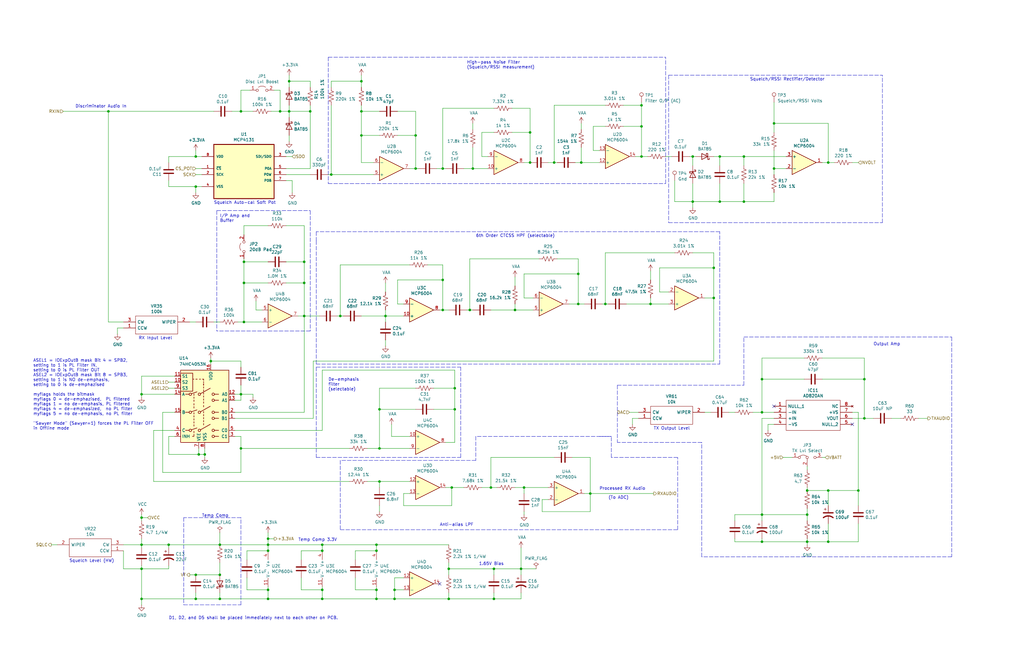
<source format=kicad_sch>
(kicad_sch (version 20211123) (generator eeschema)
  (paper "USLedger")
  (title_block (title "Original VOTER Through-hole Design") (date "2022-01-22") (rev "B") (company "FET Technologies") (comment 1 "Re-drawn from original Eagle files for WB6NIL's VOTER.") (comment 2 "Additional annotation added by VE7FET.") (comment 3 "Some symbols/components updated to 2022 variants."))
  (lib_symbols
    (symbol "Amplifier_Operational:MCP6004" (pin_names (offset 0.127))
      (property "Reference" "U" (at 0 5.08 0))
      (property "Value" "MCP6004" (at 0 -5.08 0))
      (symbol "MCP6004_1_1"
        (pin output line (at 7.62 0 180) (length 2.54) (name "~") (number "1"))
        (pin input line (at -7.62 -2.54 0) (length 2.54) (name "-") (number "2"))
        (pin input line (at -7.62 2.54 0) (length 2.54) (name "+") (number "3"))
      )
      (symbol "MCP6004_2_1"
        (pin input line (at -7.62 2.54 0) (length 2.54) (name "+") (number "5"))
        (pin input line (at -7.62 -2.54 0) (length 2.54) (name "-") (number "6"))
        (pin output line (at 7.62 0 180) (length 2.54) (name "~") (number "7"))
      )
      (symbol "MCP6004_3_1"
        (pin input line (at -7.62 2.54 0) (length 2.54) (name "+") (number "10"))
        (pin output line (at 7.62 0 180) (length 2.54) (name "~") (number "8"))
        (pin input line (at -7.62 -2.54 0) (length 2.54) (name "-") (number "9"))
      )
      (symbol "MCP6004_4_1"
        (pin input line (at -7.62 2.54 0) (length 2.54) (name "+") (number "12"))
        (pin input line (at -7.62 -2.54 0) (length 2.54) (name "-") (number "13"))
        (pin output line (at 7.62 0 180) (length 2.54) (name "~") (number "14"))
      )
      (symbol "MCP6004_5_1"
        (pin power_in line (at -2.54 -7.62 90) (length 3.81) (name "V-") (number "11"))
        (pin power_in line (at -2.54 7.62 270) (length 3.81) (name "V+") (number "4"))
      )
    )
    (symbol "Analog_Switch:CD4053B"
      (property "Reference" "U" (at -10.16 16.51 0))
      (property "Value" "CD4053B" (at 3.81 16.51 0))
      (symbol "CD4053B_1_1"
        (pin bidirectional line (at 12.7 -5.08 180) (length 2.54) (name "B1") (number "1"))
        (pin input line (at -12.7 10.16 0) (length 2.54) (name "S2") (number "10"))
        (pin input line (at -12.7 12.7 0) (length 2.54) (name "S1") (number "11"))
        (pin bidirectional line (at 12.7 5.08 180) (length 2.54) (name "A0") (number "12"))
        (pin bidirectional line (at 12.7 2.54 180) (length 2.54) (name "A1") (number "13"))
        (pin bidirectional line (at -12.7 5.08 0) (length 2.54) (name "A") (number "14"))
        (pin bidirectional line (at -12.7 -2.54 0) (length 2.54) (name "B") (number "15"))
        (pin power_in line (at 2.54 17.78 270) (length 2.54) (name "VDD") (number "16"))
        (pin bidirectional line (at 12.7 -2.54 180) (length 2.54) (name "B0") (number "2"))
        (pin bidirectional line (at 12.7 -12.7 180) (length 2.54) (name "C1") (number "3"))
        (pin bidirectional line (at -12.7 -10.16 0) (length 2.54) (name "C") (number "4"))
        (pin bidirectional line (at 12.7 -10.16 180) (length 2.54) (name "C0") (number "5"))
        (pin input line (at -12.7 -12.7 0) (length 2.54) (name "INH") (number "6"))
        (pin power_in line (at -2.54 -17.78 90) (length 2.54) (name "VEE") (number "7"))
        (pin power_in line (at 0 -17.78 90) (length 2.54) (name "VSS") (number "8"))
        (pin input line (at -12.7 7.62 0) (length 2.54) (name "S3") (number "9"))
      )
    )
    (symbol "Connector:TestPoint" (pin_numbers hide) (pin_names (offset 0.762) hide)
      (property "Reference" "TP" (at 0 6.858 0))
      (property "Value" "TestPoint" (at 0 5.08 0))
      (symbol "TestPoint_1_1"
        (pin passive line (at 0 0 90) (length 2.54) (name "1") (number "1"))
      )
    )
    (symbol "Device:C" (pin_numbers hide) (pin_names (offset 0.254))
      (property "Reference" "C" (at 0.635 2.54 0))
      (property "Value" "C" (at 0.635 -2.54 0))
      (symbol "C_1_1"
        (pin passive line (at 0 3.81 270) (length 2.794) (name "~") (number "1"))
        (pin passive line (at 0 -3.81 90) (length 2.794) (name "~") (number "2"))
      )
    )
    (symbol "Device:C_Polarized_US" (pin_numbers hide) (pin_names (offset 0.254) hide)
      (property "Reference" "C" (at 0.635 2.54 0))
      (property "Value" "C_Polarized_US" (at 0.635 -2.54 0))
      (symbol "C_Polarized_US_1_1"
        (pin passive line (at 0 3.81 270) (length 2.794) (name "~") (number "1"))
        (pin passive line (at 0 -3.81 90) (length 3.302) (name "~") (number "2"))
      )
    )
    (symbol "Device:R_US" (pin_numbers hide) (pin_names (offset 0))
      (property "Reference" "R" (at 2.54 0 90))
      (property "Value" "R_US" (at -2.54 0 90))
      (symbol "R_US_1_1"
        (pin passive line (at 0 3.81 270) (length 1.27) (name "~") (number "1"))
        (pin passive line (at 0 -3.81 90) (length 1.27) (name "~") (number "2"))
      )
    )
    (symbol "Diode:BAT85" (pin_numbers hide) (pin_names (offset 1.016) hide)
      (property "Reference" "D" (at 0 2.54 0))
      (property "Value" "BAT85" (at 0 -2.54 0))
      (symbol "BAT85_1_1"
        (pin passive line (at -3.81 0 0) (length 2.54) (name "K") (number "1"))
        (pin passive line (at 3.81 0 180) (length 2.54) (name "A") (number "2"))
      )
    )
    (symbol "Jumper:Jumper_2_Open" (pin_names (offset 0) hide)
      (property "Reference" "JP" (at 0 2.794 0))
      (property "Value" "Jumper_2_Open" (at 0 -2.286 0))
      (symbol "Jumper_2_Open_1_1"
        (pin passive line (at -5.08 0 0) (length 2.54) (name "A") (number "1"))
        (pin passive line (at 5.08 0 180) (length 2.54) (name "B") (number "2"))
      )
    )
    (symbol "Jumper:Jumper_3_Bridged12" (pin_names (offset 0) hide)
      (property "Reference" "JP" (at -2.54 -2.54 0))
      (property "Value" "Jumper_3_Bridged12" (at 0 2.794 0))
      (symbol "Jumper_3_Bridged12_1_1"
        (pin passive line (at -6.35 0 0) (length 2.54) (name "A") (number "1"))
        (pin input line (at 0 -3.81 90) (length 2.54) (name "C") (number "2"))
        (pin passive line (at 6.35 0 180) (length 2.54) (name "B") (number "3"))
      )
    )
    (symbol "VE7FET:67YR10KLF" (pin_names (offset 0.762))
      (property "Reference" "VR" (at 5.08 3.81 0))
      (property "Value" "67YR10KLF" (at 5.08 -6.35 0))
      (symbol "67YR10KLF_0_0"
        (pin passive line (at 27.94 -2.54 180) (length 5.08) (name "CCW") (number "1"))
        (pin passive line (at 0 0 0) (length 5.08) (name "WIPER") (number "2"))
        (pin passive line (at 27.94 0 180) (length 5.08) (name "CW") (number "3"))
      )
    )
    (symbol "VE7FET:AD820ANZ" (pin_names (offset 0.762))
      (property "Reference" "IC" (at 5.08 3.81 0))
      (property "Value" "AD820ANZ" (at 5.08 -11.43 0))
      (symbol "AD820ANZ_0_0"
        (pin passive line (at 0 0 0) (length 5.08) (name "NULL_1") (number "1"))
        (pin passive line (at 0 -2.54 0) (length 5.08) (name "-IN") (number "2"))
        (pin passive line (at 0 -5.08 0) (length 5.08) (name "+IN") (number "3"))
        (pin passive line (at 0 -7.62 0) (length 5.08) (name "-VS") (number "4"))
        (pin passive line (at 33.02 -7.62 180) (length 5.08) (name "NULL_2") (number "5"))
        (pin passive line (at 33.02 -5.08 180) (length 5.08) (name "VOUT") (number "6"))
        (pin passive line (at 33.02 -2.54 180) (length 5.08) (name "+VS") (number "7"))
        (pin no_connect line (at 33.02 0 180) (length 5.08) (name "NC") (number "8"))
      )
    )
    (symbol "VE7FET:MCP4131" (pin_names (offset 1.016))
      (property "Reference" "U" (at -4.9022 10.3886 0))
      (property "Value" "MCP4131" (at -4.9276 -19.6342 0))
      (symbol "MCP4131_0_0"
        (pin input line (at -17.78 -2.54 0) (length 5.08) (name "~{CS}") (number "1"))
        (pin input line (at -17.78 -5.08 0) (length 5.08) (name "SCK") (number "2"))
        (pin bidirectional line (at 17.78 2.54 180) (length 5.08) (name "SDI/SDO") (number "3"))
        (pin passive line (at -17.78 -10.16 0) (length 5.08) (name "VSS") (number "4"))
        (pin passive line (at 17.78 -2.54 180) (length 5.08) (name "P0A") (number "5"))
        (pin passive line (at 17.78 -5.08 180) (length 5.08) (name "P0W") (number "6"))
        (pin passive line (at 17.78 -7.62 180) (length 5.08) (name "P0B") (number "7"))
        (pin power_in line (at -17.78 2.54 0) (length 5.08) (name "VDD") (number "8"))
      )
    )
    (symbol "power:+3.3VA" (power) (pin_names (offset 0))
      (property "Value" "+3.3VA" (at 0 3.556 0))
      (symbol "+3.3VA_1_1"
        (pin power_in line (at 0 0 90) (length 0) hide (name "+3.3VA") (number "1"))
      )
    )
    (symbol "power:GND" (power) (pin_names (offset 0))
      (property "Value" "GND" (at 0 -3.81 0))
      (symbol "GND_1_1"
        (pin power_in line (at 0 0 270) (length 0) hide (name "GND") (number "1"))
      )
    )
    (symbol "power:PWR_FLAG" (power) (pin_numbers hide) (pin_names (offset 0) hide)
      (property "Value" "PWR_FLAG" (at 0 3.81 0))
      (symbol "PWR_FLAG_0_0"
        (pin power_out line (at 0 0 90) (length 0) (name "pwr") (number "1"))
      )
    )
    (symbol "power:VAA" (power) (pin_names (offset 0))
      (property "Value" "VAA" (at 0 3.81 0))
      (symbol "VAA_1_1"
        (pin power_in line (at 0 0 90) (length 0) hide (name "VAA") (number "1"))
      )
    )
    (symbol "power:VCC" (power) (pin_names (offset 0))
      (property "Value" "VCC" (at 0 3.81 0))
      (symbol "VCC_1_1"
        (pin power_in line (at 0 0 90) (length 0) hide (name "VCC") (number "1"))
      )
    )
  )
  (junction (at 45.72 46.99))
  (junction (at 101.6 46.99))
  (junction (at 198.12 130.81))
  (junction (at 208.28 240.03))
  (junction (at 208.28 252.73))
  (junction (at 223.52 55.88))
  (junction (at 313.69 85.09))
  (junction (at 135.89 232.41))
  (junction (at 158.75 232.41))
  (junction (at 83.82 191.77))
  (junction (at 121.92 46.99))
  (junction (at 219.71 240.03))
  (junction (at 101.6 166.37))
  (junction (at 191.77 172.72))
  (junction (at 255.27 128.27))
  (junction (at 82.55 78.74))
  (junction (at 158.75 248.92))
  (junction (at 59.69 218.44))
  (junction (at 300.99 113.03))
  (junction (at 113.03 252.73))
  (junction (at 59.69 252.73))
  (junction (at 364.49 160.02))
  (junction (at 270.51 66.04))
  (junction (at 364.49 176.53))
  (junction (at 300.99 125.73))
  (junction (at 135.89 248.92))
  (junction (at 186.69 118.11))
  (junction (at 59.69 229.87))
  (junction (at 59.69 240.03))
  (junction (at 321.31 217.17))
  (junction (at 143.51 133.35))
  (junction (at 189.23 252.73))
  (junction (at 160.02 172.72))
  (junction (at 59.69 166.37))
  (junction (at 121.92 34.29))
  (junction (at 82.55 242.57))
  (junction (at 270.51 53.34))
  (junction (at 191.77 163.83))
  (junction (at 92.71 252.73))
  (junction (at 349.25 68.58))
  (junction (at 101.6 189.23))
  (junction (at 175.26 71.12))
  (junction (at 270.51 44.45))
  (junction (at 313.69 66.04))
  (junction (at 128.27 119.38))
  (junction (at 326.39 52.07))
  (junction (at 118.11 46.99))
  (junction (at 152.4 46.99))
  (junction (at 361.95 207.01))
  (junction (at 326.39 71.12))
  (junction (at 190.5 205.74))
  (junction (at 303.53 66.04))
  (junction (at 102.87 135.89))
  (junction (at 160.02 203.2))
  (junction (at 102.87 119.38))
  (junction (at 128.27 133.35))
  (junction (at 186.69 71.12))
  (junction (at 321.31 160.02))
  (junction (at 71.12 229.87))
  (junction (at 243.84 128.27))
  (junction (at 217.17 130.81))
  (junction (at 349.25 228.6))
  (junction (at 321.31 173.99))
  (junction (at 139.7 73.66))
  (junction (at 82.55 66.04))
  (junction (at 292.1 85.09))
  (junction (at 113.03 227.33))
  (junction (at 152.4 34.29))
  (junction (at 186.69 130.81))
  (junction (at 160.02 189.23))
  (junction (at 340.36 207.01))
  (junction (at 135.89 229.87))
  (junction (at 162.56 133.35))
  (junction (at 92.71 229.87))
  (junction (at 135.89 252.73))
  (junction (at 130.81 46.99))
  (junction (at 340.36 217.17))
  (junction (at 128.27 110.49))
  (junction (at 166.37 252.73))
  (junction (at 220.98 205.74))
  (junction (at 274.32 128.27))
  (junction (at 223.52 68.58))
  (junction (at 243.84 115.57))
  (junction (at 321.31 228.6))
  (junction (at 152.4 57.15))
  (junction (at 86.36 191.77))
  (junction (at 113.03 232.41))
  (junction (at 199.39 71.12))
  (junction (at 292.1 66.04))
  (junction (at 82.55 252.73))
  (junction (at 233.68 68.58))
  (junction (at 340.36 228.6))
  (junction (at 349.25 207.01))
  (junction (at 248.92 208.28))
  (junction (at 189.23 240.03))
  (junction (at 113.03 248.92))
  (junction (at 175.26 57.15))
  (junction (at 245.11 68.58))
  (junction (at 207.01 205.74))
  (junction (at 166.37 248.92))
  (junction (at 303.53 85.09))
  (junction (at 102.87 110.49))
  (junction (at 158.75 229.87))
  (junction (at 158.75 252.73))
  (junction (at 92.71 242.57))
  (junction (at 113.03 229.87))
  (junction (at 88.9 152.4))
  (no_connect (at 185.42 246.38))
  (no_connect (at 359.41 179.07))
  (no_connect (at 326.39 171.45))
  (wire (pts (xy 160.02 205.74) (xy 160.02 203.2)))
  (polyline (pts (xy 260.35 162.56) (xy 313.69 162.56)))
  (wire (pts (xy 227.33 109.22) (xy 198.12 109.22)))
  (wire (pts (xy 331.47 71.12) (xy 326.39 71.12)))
  (wire (pts (xy 349.25 228.6) (xy 361.95 228.6)))
  (wire (pts (xy 102.87 110.49) (xy 102.87 119.38)))
  (wire (pts (xy 223.52 68.58) (xy 223.52 55.88)))
  (wire (pts (xy 166.37 248.92) (xy 170.18 248.92)))
  (polyline (pts (xy 133.35 154.94) (xy 194.31 154.94)))
  (polyline (pts (xy 303.53 97.79) (xy 133.35 97.79)))
  (wire (pts (xy 99.06 176.53) (xy 132.08 176.53)))
  (wire (pts (xy 101.6 46.99) (xy 106.68 46.99)))
  (wire (pts (xy 135.89 247.65) (xy 135.89 248.92)))
  (wire (pts (xy 59.69 217.17) (xy 59.69 218.44)))
  (wire (pts (xy 130.81 46.99) (xy 121.92 46.99)))
  (wire (pts (xy 250.19 53.34) (xy 250.19 63.5)))
  (wire (pts (xy 160.02 163.83) (xy 160.02 172.72)))
  (wire (pts (xy 326.39 85.09) (xy 326.39 81.28)))
  (wire (pts (xy 231.14 205.74) (xy 220.98 205.74)))
  (wire (pts (xy 132.08 152.4) (xy 300.99 152.4)))
  (wire (pts (xy 121.92 49.53) (xy 121.92 46.99)))
  (wire (pts (xy 292.1 106.68) (xy 300.99 106.68)))
  (wire (pts (xy 92.71 252.73) (xy 82.55 252.73)))
  (wire (pts (xy 166.37 252.73) (xy 189.23 252.73)))
  (wire (pts (xy 166.37 243.84) (xy 166.37 248.92)))
  (wire (pts (xy 228.6 210.82) (xy 228.6 215.9)))
  (wire (pts (xy 219.71 231.14) (xy 219.71 240.03)))
  (polyline (pts (xy 101.6 218.44) (xy 77.47 218.44)))
  (wire (pts (xy 195.58 205.74) (xy 190.5 205.74)))
  (wire (pts (xy 121.92 46.99) (xy 118.11 46.99)))
  (wire (pts (xy 207.01 193.04) (xy 233.68 193.04)))
  (wire (pts (xy 92.71 224.79) (xy 92.71 229.87)))
  (polyline (pts (xy 138.43 24.13) (xy 138.43 77.47)))
  (wire (pts (xy 99.06 173.99) (xy 128.27 173.99)))
  (wire (pts (xy 189.23 240.03) (xy 208.28 240.03)))
  (wire (pts (xy 49.53 138.43) (xy 49.53 140.97)))
  (wire (pts (xy 234.95 109.22) (xy 243.84 109.22)))
  (wire (pts (xy 191.77 163.83) (xy 191.77 172.72)))
  (wire (pts (xy 101.6 199.39) (xy 68.58 199.39)))
  (wire (pts (xy 270.51 43.18) (xy 270.51 44.45)))
  (wire (pts (xy 191.77 186.69) (xy 187.96 186.69)))
  (wire (pts (xy 313.69 69.85) (xy 313.69 66.04)))
  (wire (pts (xy 167.64 128.27) (xy 170.18 128.27)))
  (wire (pts (xy 102.87 119.38) (xy 102.87 135.89)))
  (polyline (pts (xy 143.51 223.52) (xy 257.81 223.52)))
  (wire (pts (xy 104.14 236.22) (xy 104.14 232.41)))
  (wire (pts (xy 321.31 219.71) (xy 321.31 217.17)))
  (wire (pts (xy 160.02 172.72) (xy 160.02 189.23)))
  (wire (pts (xy 209.55 205.74) (xy 207.01 205.74)))
  (wire (pts (xy 326.39 43.18) (xy 326.39 52.07)))
  (wire (pts (xy 113.03 110.49) (xy 102.87 110.49)))
  (wire (pts (xy 326.39 63.5) (xy 326.39 71.12)))
  (wire (pts (xy 321.31 228.6) (xy 321.31 227.33)))
  (wire (pts (xy 309.88 173.99) (xy 307.34 173.99)))
  (wire (pts (xy 284.48 76.2) (xy 284.48 85.09)))
  (wire (pts (xy 256.54 128.27) (xy 255.27 128.27)))
  (wire (pts (xy 246.38 128.27) (xy 243.84 128.27)))
  (wire (pts (xy 198.12 130.81) (xy 196.85 130.81)))
  (polyline (pts (xy 91.44 88.9) (xy 91.44 139.7)))
  (wire (pts (xy 59.69 218.44) (xy 59.69 219.71)))
  (wire (pts (xy 220.98 68.58) (xy 223.52 68.58)))
  (wire (pts (xy 135.89 248.92) (xy 135.89 252.73)))
  (wire (pts (xy 85.09 71.12) (xy 82.55 71.12)))
  (wire (pts (xy 130.81 44.45) (xy 130.81 46.99)))
  (polyline (pts (xy 200.66 184.15) (xy 200.66 194.31)))
  (polyline (pts (xy 285.75 193.04) (xy 257.81 193.04)))
  (polyline (pts (xy 200.66 194.31) (xy 143.51 194.31)))
  (wire (pts (xy 292.1 77.47) (xy 292.1 85.09)))
  (wire (pts (xy 274.32 125.73) (xy 274.32 128.27)))
  (wire (pts (xy 223.52 45.72) (xy 223.52 55.88)))
  (wire (pts (xy 165.1 184.15) (xy 165.1 179.07)))
  (wire (pts (xy 208.28 240.03) (xy 208.28 242.57)))
  (wire (pts (xy 130.81 71.12) (xy 130.81 46.99)))
  (wire (pts (xy 68.58 199.39) (xy 68.58 173.99)))
  (wire (pts (xy 346.71 160.02) (xy 364.49 160.02)))
  (wire (pts (xy 349.25 207.01) (xy 361.95 207.01)))
  (wire (pts (xy 262.89 44.45) (xy 270.51 44.45)))
  (polyline (pts (xy 260.35 162.56) (xy 260.35 186.69)))
  (wire (pts (xy 149.86 232.41) (xy 158.75 232.41)))
  (wire (pts (xy 186.69 45.72) (xy 186.69 71.12)))
  (wire (pts (xy 162.56 119.38) (xy 162.56 123.19)))
  (wire (pts (xy 101.6 168.91) (xy 101.6 166.37)))
  (wire (pts (xy 349.25 207.01) (xy 349.25 213.36)))
  (wire (pts (xy 326.39 52.07) (xy 349.25 52.07)))
  (wire (pts (xy 101.6 189.23) (xy 101.6 199.39)))
  (polyline (pts (xy 313.69 162.56) (xy 313.69 142.24)))
  (polyline (pts (xy 138.43 77.47) (xy 280.67 77.47)))
  (wire (pts (xy 340.36 228.6) (xy 340.36 229.87)))
  (wire (pts (xy 52.07 232.41) (xy 52.07 240.03)))
  (wire (pts (xy 92.71 229.87) (xy 113.03 229.87)))
  (wire (pts (xy 101.6 184.15) (xy 101.6 189.23)))
  (wire (pts (xy 147.32 189.23) (xy 101.6 189.23)))
  (polyline (pts (xy 285.75 223.52) (xy 285.75 193.04)))
  (wire (pts (xy 128.27 119.38) (xy 128.27 133.35)))
  (wire (pts (xy 280.67 66.04) (xy 283.21 66.04)))
  (wire (pts (xy 132.08 176.53) (xy 132.08 152.4)))
  (wire (pts (xy 104.14 243.84) (xy 104.14 248.92)))
  (wire (pts (xy 99.06 166.37) (xy 101.6 166.37)))
  (wire (pts (xy 241.3 193.04) (xy 248.92 193.04)))
  (wire (pts (xy 128.27 110.49) (xy 128.27 119.38)))
  (wire (pts (xy 120.65 76.2) (xy 123.19 76.2)))
  (wire (pts (xy 187.96 71.12) (xy 186.69 71.12)))
  (wire (pts (xy 160.02 46.99) (xy 152.4 46.99)))
  (wire (pts (xy 59.69 218.44) (xy 62.23 218.44)))
  (wire (pts (xy 110.49 135.89) (xy 102.87 135.89)))
  (wire (pts (xy 292.1 69.85) (xy 292.1 66.04)))
  (wire (pts (xy 191.77 172.72) (xy 191.77 186.69)))
  (wire (pts (xy 160.02 57.15) (xy 152.4 57.15)))
  (wire (pts (xy 71.12 66.04) (xy 71.12 68.58)))
  (wire (pts (xy 59.69 229.87) (xy 71.12 229.87)))
  (wire (pts (xy 340.36 205.74) (xy 340.36 207.01)))
  (wire (pts (xy 207.01 205.74) (xy 207.01 193.04)))
  (wire (pts (xy 120.65 66.04) (xy 123.19 66.04)))
  (wire (pts (xy 149.86 236.22) (xy 149.86 232.41)))
  (wire (pts (xy 158.75 229.87) (xy 189.23 229.87)))
  (wire (pts (xy 134.62 133.35) (xy 128.27 133.35)))
  (wire (pts (xy 270.51 53.34) (xy 270.51 66.04)))
  (wire (pts (xy 199.39 130.81) (xy 198.12 130.81)))
  (wire (pts (xy 199.39 62.23) (xy 199.39 71.12)))
  (wire (pts (xy 321.31 173.99) (xy 326.39 173.99)))
  (polyline (pts (xy 257.81 184.15) (xy 200.66 184.15)))
  (wire (pts (xy 80.01 135.89) (xy 82.55 135.89)))
  (wire (pts (xy 59.69 252.73) (xy 59.69 240.03)))
  (wire (pts (xy 152.4 34.29) (xy 152.4 36.83)))
  (wire (pts (xy 102.87 109.22) (xy 102.87 110.49)))
  (wire (pts (xy 190.5 213.36) (xy 170.18 213.36)))
  (wire (pts (xy 262.89 53.34) (xy 270.51 53.34)))
  (wire (pts (xy 99.06 184.15) (xy 101.6 184.15)))
  (wire (pts (xy 135.89 232.41) (xy 127 232.41)))
  (wire (pts (xy 59.69 166.37) (xy 59.69 167.64)))
  (wire (pts (xy 321.31 217.17) (xy 340.36 217.17)))
  (wire (pts (xy 339.09 151.13) (xy 321.31 151.13)))
  (wire (pts (xy 250.19 63.5) (xy 252.73 63.5)))
  (wire (pts (xy 326.39 71.12) (xy 326.39 73.66)))
  (wire (pts (xy 198.12 109.22) (xy 198.12 130.81)))
  (wire (pts (xy 59.69 229.87) (xy 59.69 227.33)))
  (wire (pts (xy 152.4 44.45) (xy 152.4 46.99)))
  (polyline (pts (xy 372.11 93.98) (xy 372.11 31.75)))
  (wire (pts (xy 269.24 173.99) (xy 265.43 173.99)))
  (wire (pts (xy 255.27 44.45) (xy 233.68 44.45)))
  (wire (pts (xy 80.01 242.57) (xy 82.55 242.57)))
  (wire (pts (xy 189.23 242.57) (xy 189.23 240.03)))
  (wire (pts (xy 340.36 228.6) (xy 321.31 228.6)))
  (polyline (pts (xy 77.47 255.27) (xy 101.6 255.27)))
  (wire (pts (xy 274.32 118.11) (xy 274.32 114.3)))
  (wire (pts (xy 321.31 217.17) (xy 309.88 217.17)))
  (wire (pts (xy 255.27 128.27) (xy 254 128.27)))
  (wire (pts (xy 340.36 228.6) (xy 349.25 228.6)))
  (wire (pts (xy 270.51 66.04) (xy 267.97 66.04)))
  (wire (pts (xy 113.03 248.92) (xy 113.03 252.73)))
  (wire (pts (xy 323.85 179.07) (xy 323.85 181.61)))
  (wire (pts (xy 104.14 232.41) (xy 113.03 232.41)))
  (wire (pts (xy 128.27 133.35) (xy 125.73 133.35)))
  (wire (pts (xy 97.79 46.99) (xy 101.6 46.99)))
  (wire (pts (xy 346.71 193.04) (xy 347.98 193.04)))
  (wire (pts (xy 143.51 133.35) (xy 142.24 133.35)))
  (wire (pts (xy 186.69 130.81) (xy 186.69 118.11)))
  (polyline (pts (xy 401.32 142.24) (xy 401.32 234.95)))
  (wire (pts (xy 274.32 128.27) (xy 281.94 128.27)))
  (wire (pts (xy 113.03 229.87) (xy 135.89 229.87)))
  (wire (pts (xy 45.72 46.99) (xy 90.17 46.99)))
  (wire (pts (xy 219.71 250.19) (xy 219.71 252.73)))
  (wire (pts (xy 106.68 166.37) (xy 106.68 167.64)))
  (wire (pts (xy 71.12 78.74) (xy 71.12 76.2)))
  (polyline (pts (xy 295.91 234.95) (xy 295.91 186.69)))
  (wire (pts (xy 228.6 215.9) (xy 248.92 215.9)))
  (polyline (pts (xy 77.47 218.44) (xy 77.47 255.27)))
  (wire (pts (xy 226.06 240.03) (xy 219.71 240.03)))
  (wire (pts (xy 340.36 214.63) (xy 340.36 217.17)))
  (wire (pts (xy 104.14 248.92) (xy 113.03 248.92)))
  (wire (pts (xy 121.92 44.45) (xy 121.92 46.99)))
  (wire (pts (xy 273.05 66.04) (xy 270.51 66.04)))
  (wire (pts (xy 123.19 76.2) (xy 123.19 81.28)))
  (wire (pts (xy 113.03 227.33) (xy 115.57 227.33)))
  (wire (pts (xy 105.41 38.1) (xy 101.6 38.1)))
  (wire (pts (xy 139.7 73.66) (xy 157.48 73.66)))
  (wire (pts (xy 101.6 166.37) (xy 106.68 166.37)))
  (wire (pts (xy 284.48 106.68) (xy 255.27 106.68)))
  (wire (pts (xy 303.53 77.47) (xy 303.53 85.09)))
  (wire (pts (xy 207.01 205.74) (xy 203.2 205.74)))
  (wire (pts (xy 186.69 118.11) (xy 167.64 118.11)))
  (wire (pts (xy 135.89 229.87) (xy 158.75 229.87)))
  (wire (pts (xy 364.49 176.53) (xy 359.41 176.53)))
  (wire (pts (xy 92.71 237.49) (xy 92.71 242.57)))
  (wire (pts (xy 185.42 130.81) (xy 186.69 130.81)))
  (wire (pts (xy 102.87 95.25) (xy 102.87 99.06)))
  (wire (pts (xy 71.12 184.15) (xy 71.12 191.77)))
  (wire (pts (xy 120.65 73.66) (xy 130.81 73.66)))
  (wire (pts (xy 281.94 123.19) (xy 278.13 123.19)))
  (wire (pts (xy 59.69 255.27) (xy 59.69 252.73)))
  (wire (pts (xy 351.79 68.58) (xy 349.25 68.58)))
  (wire (pts (xy 152.4 31.75) (xy 152.4 34.29)))
  (wire (pts (xy 326.39 55.88) (xy 326.39 52.07)))
  (wire (pts (xy 135.89 156.21) (xy 191.77 156.21)))
  (wire (pts (xy 205.74 66.04) (xy 203.2 66.04)))
  (wire (pts (xy 270.51 44.45) (xy 270.51 53.34)))
  (wire (pts (xy 158.75 252.73) (xy 166.37 252.73)))
  (wire (pts (xy 143.51 111.76) (xy 143.51 133.35)))
  (wire (pts (xy 321.31 176.53) (xy 321.31 217.17)))
  (wire (pts (xy 170.18 133.35) (xy 162.56 133.35)))
  (wire (pts (xy 180.34 111.76) (xy 186.69 111.76)))
  (wire (pts (xy 170.18 243.84) (xy 166.37 243.84)))
  (wire (pts (xy 309.88 228.6) (xy 309.88 227.33)))
  (wire (pts (xy 82.55 78.74) (xy 82.55 81.28)))
  (wire (pts (xy 292.1 66.04) (xy 293.37 66.04)))
  (wire (pts (xy 162.56 130.81) (xy 162.56 133.35)))
  (wire (pts (xy 158.75 247.65) (xy 158.75 248.92)))
  (polyline (pts (xy 401.32 234.95) (xy 295.91 234.95)))
  (wire (pts (xy 187.96 205.74) (xy 190.5 205.74)))
  (wire (pts (xy 59.69 158.75) (xy 59.69 166.37)))
  (wire (pts (xy 248.92 208.28) (xy 275.59 208.28)))
  (wire (pts (xy 300.99 113.03) (xy 300.99 125.73)))
  (wire (pts (xy 290.83 66.04) (xy 292.1 66.04)))
  (wire (pts (xy 297.18 125.73) (xy 300.99 125.73)))
  (polyline (pts (xy 194.31 193.04) (xy 194.31 154.94)))
  (wire (pts (xy 313.69 66.04) (xy 331.47 66.04)))
  (wire (pts (xy 160.02 215.9) (xy 160.02 213.36)))
  (wire (pts (xy 379.73 176.53) (xy 375.92 176.53)))
  (wire (pts (xy 158.75 248.92) (xy 149.86 248.92)))
  (wire (pts (xy 83.82 189.23) (xy 83.82 191.77)))
  (wire (pts (xy 368.3 176.53) (xy 364.49 176.53)))
  (wire (pts (xy 190.5 205.74) (xy 190.5 213.36)))
  (wire (pts (xy 85.09 66.04) (xy 82.55 66.04)))
  (wire (pts (xy 243.84 115.57) (xy 243.84 128.27)))
  (wire (pts (xy 71.12 229.87) (xy 92.71 229.87)))
  (wire (pts (xy 115.57 38.1) (xy 118.11 38.1)))
  (wire (pts (xy 88.9 152.4) (xy 88.9 153.67)))
  (wire (pts (xy 208.28 45.72) (xy 186.69 45.72)))
  (wire (pts (xy 127 232.41) (xy 127 236.22)))
  (wire (pts (xy 248.92 215.9) (xy 248.92 208.28)))
  (wire (pts (xy 138.43 73.66) (xy 139.7 73.66)))
  (wire (pts (xy 127 243.84) (xy 127 248.92)))
  (polyline (pts (xy 295.91 186.69) (xy 260.35 186.69)))
  (wire (pts (xy 73.66 161.29) (xy 71.12 161.29)))
  (wire (pts (xy 130.81 34.29) (xy 130.81 36.83)))
  (wire (pts (xy 101.6 162.56) (xy 101.6 166.37)))
  (wire (pts (xy 107.95 130.81) (xy 107.95 127)))
  (wire (pts (xy 340.36 207.01) (xy 349.25 207.01)))
  (wire (pts (xy 26.67 46.99) (xy 45.72 46.99)))
  (wire (pts (xy 71.12 191.77) (xy 83.82 191.77)))
  (wire (pts (xy 208.28 240.03) (xy 219.71 240.03)))
  (wire (pts (xy 86.36 189.23) (xy 86.36 191.77)))
  (wire (pts (xy 359.41 173.99) (xy 361.95 173.99)))
  (wire (pts (xy 186.69 111.76) (xy 186.69 118.11)))
  (wire (pts (xy 52.07 229.87) (xy 59.69 229.87)))
  (wire (pts (xy 73.66 163.83) (xy 71.12 163.83)))
  (wire (pts (xy 121.92 59.69) (xy 121.92 57.15)))
  (wire (pts (xy 121.92 31.75) (xy 121.92 34.29)))
  (wire (pts (xy 82.55 252.73) (xy 59.69 252.73)))
  (wire (pts (xy 245.11 62.23) (xy 245.11 68.58)))
  (polyline (pts (xy 133.35 153.67) (xy 303.53 153.67)))
  (wire (pts (xy 160.02 189.23) (xy 154.94 189.23)))
  (polyline (pts (xy 143.51 194.31) (xy 143.51 223.52)))
  (wire (pts (xy 59.69 238.76) (xy 59.69 240.03)))
  (wire (pts (xy 45.72 135.89) (xy 45.72 46.99)))
  (wire (pts (xy 359.41 68.58) (xy 361.95 68.58)))
  (wire (pts (xy 68.58 173.99) (xy 73.66 173.99)))
  (wire (pts (xy 158.75 229.87) (xy 158.75 232.41)))
  (wire (pts (xy 264.16 128.27) (xy 274.32 128.27)))
  (wire (pts (xy 73.66 158.75) (xy 59.69 158.75)))
  (polyline (pts (xy 281.94 31.75) (xy 281.94 93.98)))
  (wire (pts (xy 361.95 173.99) (xy 361.95 207.01)))
  (wire (pts (xy 64.77 203.2) (xy 147.32 203.2)))
  (polyline (pts (xy 303.53 153.67) (xy 303.53 97.79)))
  (wire (pts (xy 321.31 151.13) (xy 321.31 160.02)))
  (wire (pts (xy 82.55 242.57) (xy 92.71 242.57)))
  (wire (pts (xy 326.39 176.53) (xy 321.31 176.53)))
  (wire (pts (xy 73.66 166.37) (xy 59.69 166.37)))
  (wire (pts (xy 364.49 160.02) (xy 364.49 176.53)))
  (wire (pts (xy 118.11 38.1) (xy 118.11 46.99)))
  (wire (pts (xy 299.72 173.99) (xy 297.18 173.99)))
  (wire (pts (xy 172.72 203.2) (xy 160.02 203.2)))
  (wire (pts (xy 313.69 77.47) (xy 313.69 85.09)))
  (wire (pts (xy 339.09 160.02) (xy 321.31 160.02)))
  (wire (pts (xy 99.06 168.91) (xy 101.6 168.91)))
  (wire (pts (xy 208.28 252.73) (xy 189.23 252.73)))
  (wire (pts (xy 139.7 34.29) (xy 139.7 36.83)))
  (wire (pts (xy 83.82 191.77) (xy 86.36 191.77)))
  (wire (pts (xy 135.89 252.73) (xy 158.75 252.73)))
  (wire (pts (xy 321.31 160.02) (xy 321.31 173.99)))
  (wire (pts (xy 128.27 95.25) (xy 128.27 110.49)))
  (wire (pts (xy 231.14 210.82) (xy 228.6 210.82)))
  (wire (pts (xy 269.24 176.53) (xy 266.7 176.53)))
  (wire (pts (xy 88.9 151.13) (xy 88.9 152.4)))
  (polyline (pts (xy 130.81 139.7) (xy 91.44 139.7)))
  (polyline (pts (xy 133.35 154.94) (xy 133.35 193.04)))
  (wire (pts (xy 176.53 71.12) (xy 175.26 71.12)))
  (wire (pts (xy 252.73 68.58) (xy 245.11 68.58)))
  (wire (pts (xy 144.78 133.35) (xy 143.51 133.35)))
  (wire (pts (xy 110.49 130.81) (xy 107.95 130.81)))
  (wire (pts (xy 220.98 125.73) (xy 220.98 115.57)))
  (wire (pts (xy 85.09 78.74) (xy 82.55 78.74)))
  (wire (pts (xy 135.89 181.61) (xy 135.89 156.21)))
  (wire (pts (xy 364.49 151.13) (xy 364.49 160.02)))
  (wire (pts (xy 166.37 252.73) (xy 166.37 248.92)))
  (wire (pts (xy 175.26 163.83) (xy 160.02 163.83)))
  (polyline (pts (xy 281.94 93.98) (xy 372.11 93.98)))
  (wire (pts (xy 220.98 208.28) (xy 220.98 205.74)))
  (wire (pts (xy 219.71 240.03) (xy 219.71 242.57)))
  (wire (pts (xy 278.13 113.03) (xy 300.99 113.03)))
  (wire (pts (xy 361.95 228.6) (xy 361.95 220.98)))
  (wire (pts (xy 86.36 191.77) (xy 86.36 193.04)))
  (wire (pts (xy 24.13 229.87) (xy 21.59 229.87)))
  (wire (pts (xy 349.25 68.58) (xy 346.71 68.58)))
  (wire (pts (xy 284.48 85.09) (xy 292.1 85.09)))
  (wire (pts (xy 182.88 163.83) (xy 191.77 163.83)))
  (wire (pts (xy 120.65 110.49) (xy 128.27 110.49)))
  (wire (pts (xy 300.99 106.68) (xy 300.99 113.03)))
  (polyline (pts (xy 281.94 31.75) (xy 372.11 31.75)))
  (wire (pts (xy 199.39 52.07) (xy 199.39 54.61)))
  (wire (pts (xy 113.03 95.25) (xy 102.87 95.25)))
  (wire (pts (xy 309.88 217.17) (xy 309.88 219.71)))
  (wire (pts (xy 217.17 120.65) (xy 217.17 116.84)))
  (wire (pts (xy 189.23 250.19) (xy 189.23 252.73)))
  (wire (pts (xy 292.1 85.09) (xy 292.1 87.63)))
  (wire (pts (xy 391.16 176.53) (xy 387.35 176.53)))
  (wire (pts (xy 167.64 46.99) (xy 175.26 46.99)))
  (wire (pts (xy 170.18 208.28) (xy 172.72 208.28)))
  (wire (pts (xy 217.17 130.81) (xy 224.79 130.81)))
  (wire (pts (xy 349.25 52.07) (xy 349.25 68.58)))
  (wire (pts (xy 199.39 71.12) (xy 195.58 71.12)))
  (wire (pts (xy 113.03 247.65) (xy 113.03 248.92)))
  (wire (pts (xy 207.01 130.81) (xy 217.17 130.81)))
  (wire (pts (xy 170.18 213.36) (xy 170.18 208.28)))
  (polyline (pts (xy 313.69 142.24) (xy 401.32 142.24)))
  (polyline (pts (xy 91.44 88.9) (xy 130.81 88.9)))
  (polyline (pts (xy 130.81 88.9) (xy 130.81 139.7)))
  (wire (pts (xy 175.26 57.15) (xy 175.26 71.12)))
  (wire (pts (xy 113.03 119.38) (xy 102.87 119.38)))
  (wire (pts (xy 101.6 152.4) (xy 101.6 154.94)))
  (wire (pts (xy 234.95 68.58) (xy 233.68 68.58)))
  (wire (pts (xy 243.84 109.22) (xy 243.84 115.57)))
  (wire (pts (xy 73.66 181.61) (xy 64.77 181.61)))
  (wire (pts (xy 220.98 205.74) (xy 217.17 205.74)))
  (wire (pts (xy 243.84 128.27) (xy 240.03 128.27)))
  (polyline (pts (xy 133.35 97.79) (xy 133.35 101.6)))
  (wire (pts (xy 189.23 240.03) (xy 189.23 237.49)))
  (wire (pts (xy 208.28 250.19) (xy 208.28 252.73)))
  (wire (pts (xy 120.65 71.12) (xy 130.81 71.12)))
  (wire (pts (xy 90.17 135.89) (xy 92.71 135.89)))
  (wire (pts (xy 113.03 224.79) (xy 113.03 227.33)))
  (polyline (pts (xy 101.6 255.27) (xy 101.6 218.44)))
  (wire (pts (xy 245.11 52.07) (xy 245.11 54.61)))
  (polyline (pts (xy 138.43 24.13) (xy 280.67 24.13)))
  (wire (pts (xy 233.68 68.58) (xy 231.14 68.58)))
  (wire (pts (xy 135.89 229.87) (xy 135.89 232.41)))
  (wire (pts (xy 303.53 66.04) (xy 313.69 66.04)))
  (wire (pts (xy 191.77 156.21) (xy 191.77 163.83)))
  (wire (pts (xy 361.95 207.01) (xy 361.95 213.36)))
  (wire (pts (xy 303.53 69.85) (xy 303.53 66.04)))
  (wire (pts (xy 340.36 217.17) (xy 340.36 219.71)))
  (wire (pts (xy 71.12 229.87) (xy 71.12 231.14)))
  (wire (pts (xy 300.99 152.4) (xy 300.99 125.73)))
  (wire (pts (xy 139.7 44.45) (xy 139.7 73.66)))
  (wire (pts (xy 120.65 95.25) (xy 128.27 95.25)))
  (wire (pts (xy 313.69 85.09) (xy 326.39 85.09)))
  (wire (pts (xy 321.31 228.6) (xy 309.88 228.6)))
  (wire (pts (xy 215.9 45.72) (xy 223.52 45.72)))
  (wire (pts (xy 85.09 73.66) (xy 82.55 73.66)))
  (wire (pts (xy 217.17 128.27) (xy 217.17 130.81)))
  (polyline (pts (xy 133.35 101.6) (xy 133.35 153.67)))
  (polyline (pts (xy 252.73 184.15) (xy 257.81 184.15)))
  (wire (pts (xy 266.7 176.53) (xy 266.7 179.07)))
  (wire (pts (xy 255.27 53.34) (xy 250.19 53.34)))
  (wire (pts (xy 205.74 71.12) (xy 199.39 71.12)))
  (wire (pts (xy 113.03 229.87) (xy 113.03 232.41)))
  (wire (pts (xy 120.65 119.38) (xy 128.27 119.38)))
  (wire (pts (xy 121.92 34.29) (xy 121.92 36.83)))
  (wire (pts (xy 160.02 203.2) (xy 154.94 203.2)))
  (wire (pts (xy 71.12 240.03) (xy 59.69 240.03)))
  (wire (pts (xy 128.27 133.35) (xy 128.27 173.99)))
  (wire (pts (xy 82.55 66.04) (xy 82.55 63.5)))
  (wire (pts (xy 99.06 181.61) (xy 135.89 181.61)))
  (wire (pts (xy 82.55 250.19) (xy 82.55 252.73)))
  (wire (pts (xy 135.89 252.73) (xy 113.03 252.73)))
  (wire (pts (xy 152.4 68.58) (xy 157.48 68.58)))
  (wire (pts (xy 118.11 46.99) (xy 114.3 46.99)))
  (wire (pts (xy 349.25 228.6) (xy 349.25 220.98)))
  (wire (pts (xy 175.26 46.99) (xy 175.26 57.15)))
  (wire (pts (xy 220.98 115.57) (xy 243.84 115.57)))
  (wire (pts (xy 121.92 34.29) (xy 130.81 34.29)))
  (wire (pts (xy 172.72 71.12) (xy 175.26 71.12)))
  (wire (pts (xy 92.71 250.19) (xy 92.71 252.73)))
  (wire (pts (xy 303.53 85.09) (xy 292.1 85.09)))
  (wire (pts (xy 73.66 184.15) (xy 71.12 184.15)))
  (wire (pts (xy 71.12 238.76) (xy 71.12 240.03)))
  (wire (pts (xy 167.64 118.11) (xy 167.64 128.27)))
  (wire (pts (xy 172.72 189.23) (xy 160.02 189.23)))
  (wire (pts (xy 64.77 181.61) (xy 64.77 203.2)))
  (wire (pts (xy 278.13 123.19) (xy 278.13 113.03)))
  (wire (pts (xy 245.11 68.58) (xy 242.57 68.58)))
  (wire (pts (xy 340.36 196.85) (xy 340.36 198.12)))
  (wire (pts (xy 152.4 57.15) (xy 152.4 68.58)))
  (wire (pts (xy 203.2 55.88) (xy 203.2 66.04)))
  (wire (pts (xy 186.69 71.12) (xy 184.15 71.12)))
  (wire (pts (xy 152.4 46.99) (xy 152.4 57.15)))
  (wire (pts (xy 182.88 172.72) (xy 191.77 172.72)))
  (wire (pts (xy 167.64 57.15) (xy 175.26 57.15)))
  (wire (pts (xy 255.27 106.68) (xy 255.27 128.27)))
  (polyline (pts (xy 280.67 77.47) (xy 280.67 24.13)))
  (wire (pts (xy 92.71 252.73) (xy 113.03 252.73)))
  (wire (pts (xy 82.55 78.74) (xy 71.12 78.74)))
  (wire (pts (xy 152.4 34.29) (xy 139.7 34.29)))
  (wire (pts (xy 149.86 248.92) (xy 149.86 243.84)))
  (wire (pts (xy 219.71 252.73) (xy 208.28 252.73)))
  (wire (pts (xy 175.26 172.72) (xy 160.02 172.72)))
  (wire (pts (xy 330.2 193.04) (xy 334.01 193.04)))
  (wire (pts (xy 172.72 111.76) (xy 143.51 111.76)))
  (polyline (pts (xy 133.35 193.04) (xy 194.31 193.04)))
  (wire (pts (xy 326.39 179.07) (xy 323.85 179.07)))
  (wire (pts (xy 346.71 151.13) (xy 364.49 151.13)))
  (wire (pts (xy 162.56 133.35) (xy 152.4 133.35)))
  (wire (pts (xy 224.79 125.73) (xy 220.98 125.73)))
  (wire (pts (xy 340.36 227.33) (xy 340.36 228.6)))
  (wire (pts (xy 189.23 130.81) (xy 186.69 130.81)))
  (wire (pts (xy 52.07 135.89) (xy 45.72 135.89)))
  (wire (pts (xy 127 248.92) (xy 135.89 248.92)))
  (wire (pts (xy 101.6 38.1) (xy 101.6 46.99)))
  (wire (pts (xy 248.92 193.04) (xy 248.92 208.28)))
  (wire (pts (xy 300.99 66.04) (xy 303.53 66.04)))
  (wire (pts (xy 52.07 240.03) (xy 59.69 240.03)))
  (polyline (pts (xy 257.81 193.04) (xy 257.81 184.15)))
  (wire (pts (xy 220.98 217.17) (xy 220.98 215.9)))
  (wire (pts (xy 113.03 227.33) (xy 113.03 229.87)))
  (wire (pts (xy 248.92 208.28) (xy 246.38 208.28)))
  (wire (pts (xy 223.52 55.88) (xy 215.9 55.88)))
  (wire (pts (xy 313.69 85.09) (xy 303.53 85.09)))
  (wire (pts (xy 52.07 138.43) (xy 49.53 138.43)))
  (wire (pts (xy 233.68 44.45) (xy 233.68 68.58)))
  (polyline (pts (xy 256.54 223.52) (xy 285.75 223.52)))
  (wire (pts (xy 82.55 66.04) (xy 71.12 66.04)))
  (wire (pts (xy 208.28 55.88) (xy 203.2 55.88)))
  (wire (pts (xy 158.75 248.92) (xy 158.75 252.73)))
  (wire (pts (xy 88.9 152.4) (xy 101.6 152.4)))
  (wire (pts (xy 102.87 135.89) (xy 100.33 135.89)))
  (wire (pts (xy 172.72 184.15) (xy 165.1 184.15)))
  (wire (pts (xy 162.56 135.89) (xy 162.56 133.35)))
  (wire (pts (xy 59.69 231.14) (xy 59.69 229.87)))
  (wire (pts (xy 162.56 143.51) (xy 162.56 146.05)))
  (wire (pts (xy 317.5 173.99) (xy 321.31 173.99)))
  (text "D1, D2, and D5 shall be placed immediately next to each other on PCB." (at 71.12 261.62 0) (effects (font (size 1.27 1.27)) (justify left bottom)))
  (text "Squelch/RSSI Rectifier/Detector" (at 316.23 34.29 0) (effects (font (size 1.27 1.27)) (justify left bottom)))
  (text "TX Output Level" (at 275.59 181.61 0) (effects (font (size 1.27 1.27)) (justify left bottom)))
  (text "Temp Comp" (at 85.09 218.44 0) (effects (font (size 1.27 1.27)) (justify left bottom)))
  (text "1.65V Bias" (at 201.93 238.76 0) (effects (font (size 1.27 1.27)) (justify left bottom)))
  (text "Discriminator Audio In" (at 31.75 45.72 0) (effects (font (size 1.27 1.27)) (justify left bottom)))
  (text "High-pass Noise Filter\n(Squelch/RSSI measurement)" (at 196.85 29.21 0) (effects (font (size 1.27 1.27)) (justify left bottom)))
  (text "Squelch Auto-cal Soft Pot" (at 90.17 86.36 0) (effects (font (size 1.27 1.27)) (justify left bottom)))
  (text "(To ADC)" (at 256.54 210.82 0) (effects (font (size 1.27 1.27)) (justify left bottom)))
  (text "RX Input Level" (at 58.42 143.51 0) (effects (font (size 1.27 1.27)) (justify left bottom)))
  (text "ASEL1 = IOExpOutB mask Bit 4 = SPB2, \nsetting to 1 is PL Filter IN, \nsetting to 0 is PL Filter OUT\nASEL2 = IOExpOutB mask Bit 8 = SPB3, \nsetting to 1 is NO de-emphasis, \nsetting to 0 is de-emphazised\n\nmyflags holds the bitmask\nmyflags 0 = de-emphazised,  PL filtered\nmyflags 1 = no de-emphasis, PL filtered\nmyflags 4 = de-emphasized,  no PL filter\nmyflags 5 = no de-emphasis, no PL filter\n\n\"Sawyer Mode\" (Sawyer=1) forces the PL Filter OFF \nin Offline mode" (at 13.97 181.61 0) (effects (font (size 1.27 1.27)) (justify left bottom)))
  (text "Anti-alias LPF" (at 185.42 222.25 0) (effects (font (size 1.27 1.27)) (justify left bottom)))
  (text "De-emphasis\nfilter\n(selectable)" (at 138.43 165.1 0) (effects (font (size 1.27 1.27)) (justify left bottom)))
  (text "Processed RX Audio" (at 252.73 207.01 0) (effects (font (size 1.27 1.27)) (justify left bottom)))
  (text "6th Order CTCSS HPF (selectable)" (at 200.66 100.33 0) (effects (font (size 1.27 1.27)) (justify left bottom)))
  (text "Temp Comp 3.3V" (at 125.73 228.6 0) (effects (font (size 1.27 1.27)) (justify left bottom)))
  (text "I/P Amp and\nBuffer" (at 92.71 93.98 0) (effects (font (size 1.27 1.27)) (justify left bottom)))
  (text "Output Amp" (at 368.3 146.05 0) (effects (font (size 1.27 1.27)) (justify left bottom)))
  (text "Squelch Level (HW)" (at 29.21 237.49 0) (effects (font (size 1.27 1.27)) (justify left bottom)))
  (hierarchical_label "+3.3VA" (shape output) (at 115.57 227.33 0))
  (hierarchical_label "VF" (shape output) (at 80.01 242.57 180))
  (hierarchical_label "DAC" (shape input) (at 265.43 173.99 180))
  (hierarchical_label "SCK" (shape input) (at 82.55 73.66 180))
  (hierarchical_label "TXAUDIO" (shape output) (at 391.16 176.53 0))
  (hierarchical_label "SDO" (shape input) (at 123.19 66.04 0))
  (hierarchical_label "NVOLT" (shape input) (at 361.95 68.58 0))
  (hierarchical_label "VBATT" (shape input) (at 347.98 193.04 0))
  (hierarchical_label "ASEL2" (shape input) (at 71.12 163.83 180))
  (hierarchical_label "RXAUDIO" (shape output) (at 275.59 208.28 0))
  (hierarchical_label "VCC" (shape input) (at 62.23 218.44 0))
  (hierarchical_label "RXIN" (shape input) (at 26.67 46.99 180))
  (hierarchical_label "CS_POT" (shape input) (at 82.55 71.12 180))
  (hierarchical_label "SQLC" (shape output) (at 21.59 229.87 180))
  (hierarchical_label "ASEL1" (shape input) (at 71.12 161.29 180))
  (hierarchical_label "+5V" (shape input) (at 330.2 193.04 180))
  (symbol (lib_id "Amplifier_Operational:MCP6004") (at 165.1 71.12 0) (mirror x) (unit 2)
    (property "Reference" "U2" (at 165.1 61.7982 0))
    (property "Value" "MCP6004" (at 165.1 64.1096 0))
    (property "Datasheet" "http://ww1.microchip.com/downloads/en/DeviceDoc/21733j.pdf" (effects hide))
  )
  (symbol (lib_id "Amplifier_Operational:MCP6004") (at 213.36 68.58 0) (mirror x) (unit 3)
    (property "Reference" "U2" (at 213.36 59.2582 0))
    (property "Value" "MCP6004" (at 213.36 61.5696 0))
    (property "Datasheet" "http://ww1.microchip.com/downloads/en/DeviceDoc/21733j.pdf" (effects hide))
  )
  (symbol (lib_id "Amplifier_Operational:MCP6004") (at 260.35 66.04 0) (mirror x) (unit 4)
    (property "Reference" "U2" (at 260.35 56.7182 0))
    (property "Value" "MCP6004" (at 260.35 59.0296 0))
    (property "Datasheet" "http://ww1.microchip.com/downloads/en/DeviceDoc/21733j.pdf" (effects hide))
  )
  (symbol (lib_id "Amplifier_Operational:MCP6004") (at 118.11 133.35 0) (unit 2)
    (property "Reference" "U4" (at 118.11 124.0282 0))
    (property "Value" "MCP6004" (at 118.11 126.3396 0))
    (property "Datasheet" "http://ww1.microchip.com/downloads/en/DeviceDoc/21733j.pdf" (effects hide))
  )
  (symbol (lib_id "Device:R_US") (at 163.83 57.15 270) (unit 1)
    (property "Reference" "R1" (at 163.83 51.943 90))
    (property "Value" "220k 1%" (at 163.83 54.2544 90))
  )
  (symbol (lib_id "Device:R_US") (at 212.09 45.72 270) (unit 1)
    (property "Reference" "R2" (at 212.09 40.513 90))
    (property "Value" "7.32k 1%" (at 212.09 42.8244 90))
  )
  (symbol (lib_id "Device:R_US") (at 212.09 55.88 270) (unit 1)
    (property "Reference" "R4" (at 212.09 50.673 90))
    (property "Value" "1k 1%" (at 212.09 52.9844 90))
  )
  (symbol (lib_id "Device:R_US") (at 259.08 44.45 270) (unit 1)
    (property "Reference" "R3" (at 259.08 39.243 90))
    (property "Value" "3.01k 1%" (at 259.08 41.5544 90))
  )
  (symbol (lib_id "Device:R_US") (at 259.08 53.34 270) (unit 1)
    (property "Reference" "R5" (at 259.08 48.133 90))
    (property "Value" "1k 1%" (at 259.08 50.4444 90))
  )
  (symbol (lib_id "VE7FET:MCP4131") (at 102.87 68.58 0) (unit 1)
    (property "Reference" "U1" (at 102.87 56.642 0))
    (property "Value" "MCP4131" (at 102.87 58.9534 0))
    (property "Footprint" "DIP254P762X533-8" (effects hide))
    (property "Datasheet" "https://www.mouser.ca/datasheet/2/268/MCHPS02708_1-2520528.pdf" (effects hide))
    (property "SUPPLIER" "Microchip" (effects hide))
  )
  (symbol (lib_id "power:GND") (at 82.55 81.28 0) (unit 1)
    (property "Reference" "#PWR0103" (effects hide))
    (property "Value" "GND" (at 82.677 85.6742 0))
  )
  (symbol (lib_id "power:VCC") (at 59.69 217.17 0) (unit 1)
    (property "Reference" "#PWR0104" (effects hide))
    (property "Value" "VCC" (at 60.071 212.7758 0))
  )
  (symbol (lib_id "Device:R_US") (at 59.69 223.52 180) (unit 1)
    (property "Reference" "R19" (at 61.4172 222.3516 0) (effects (justify right)))
    (property "Value" "4.7 1/4W" (at 61.4172 224.663 0) (effects (justify right)))
  )
  (symbol (lib_id "Device:C") (at 71.12 72.39 180) (unit 1)
    (property "Reference" "C11" (at 68.199 73.5584 0) (effects (justify left)))
    (property "Value" "0.1uF" (at 68.199 71.247 0) (effects (justify left)))
  )
  (symbol (lib_id "Device:C") (at 59.69 234.95 0) (unit 1)
    (property "Reference" "C12" (at 62.611 233.7816 0) (effects (justify left)))
    (property "Value" "0.1uF" (at 62.611 236.093 0) (effects (justify left)))
  )
  (symbol (lib_id "Device:C_Polarized_US") (at 71.12 234.95 0) (unit 1)
    (property "Reference" "C13" (at 74.041 233.7816 0) (effects (justify left)))
    (property "Value" "22uF" (at 74.041 236.093 0) (effects (justify left)))
  )
  (symbol (lib_id "Device:R_US") (at 189.23 233.68 180) (unit 1)
    (property "Reference" "R21" (at 190.9572 232.5116 0) (effects (justify right)))
    (property "Value" "2.2k 1% 1/4W" (at 190.9572 234.823 0) (effects (justify right)))
  )
  (symbol (lib_id "Device:R_US") (at 189.23 246.38 180) (unit 1)
    (property "Reference" "R23" (at 190.9572 245.2116 0) (effects (justify right)))
    (property "Value" "2.2k 1% 1/4W" (at 190.9572 247.523 0) (effects (justify right)))
  )
  (symbol (lib_id "Device:C") (at 208.28 246.38 0) (unit 1)
    (property "Reference" "C15" (at 211.201 245.2116 0) (effects (justify left)))
    (property "Value" "0.1uF" (at 211.201 247.523 0) (effects (justify left)))
  )
  (symbol (lib_id "Device:C_Polarized_US") (at 219.71 246.38 0) (unit 1)
    (property "Reference" "C16" (at 222.631 245.2116 0) (effects (justify left)))
    (property "Value" "22uF" (at 222.631 247.523 0) (effects (justify left)))
  )
  (symbol (lib_id "power:GND") (at 59.69 255.27 0) (unit 1)
    (property "Reference" "#PWR0105" (effects hide))
    (property "Value" "GND" (at 59.817 259.6642 0))
  )
  (symbol (lib_id "power:VAA") (at 219.71 231.14 0) (unit 1)
    (property "Reference" "#PWR0107" (effects hide))
    (property "Value" "VAA" (at 220.091 226.7458 0))
  )
  (symbol (lib_id "VE7FET:67YR10KLF") (at 24.13 229.87 0) (unit 1)
    (property "Reference" "VR22" (at 38.1 223.139 0))
    (property "Value" "10k" (at 38.1 225.4504 0))
    (property "Footprint" "67YR10KLF" (effects hide))
    (property "Datasheet" "https://componentsearchengine.com/Datasheets/1/67YR10KLF.pdf" (effects hide))
    (property "Description" "Res Cermet Trimmer 10K Ohm 10% 0.5W(1/2W) 20(Elec)Turn 2.29mm (9.53 X 4.95 X 11.98mm) Pin Thru-Hole Box" (effects hide))
    (property "Height" "12.36" (effects hide))
    (property "Mouser Part Number" "858-67YR10KLF" (effects hide))
    (property "Manufacturer_Name" "BI Technologies" (effects hide))
    (property "Manufacturer_Part_Number" "67YR10KLF" (effects hide))
  )
  (symbol (lib_id "Device:R_US") (at 92.71 233.68 180) (unit 1)
    (property "Reference" "R20" (at 94.4372 232.5116 0) (effects (justify right)))
    (property "Value" "10k 1%" (at 94.4372 234.823 0) (effects (justify right)))
  )
  (symbol (lib_id "Device:C") (at 82.55 246.38 0) (unit 1)
    (property "Reference" "C14" (at 85.471 245.2116 0) (effects (justify left)))
    (property "Value" "0.1uF" (at 85.471 247.523 0) (effects (justify left)))
  )
  (symbol (lib_id "Diode:BAT85") (at 92.71 246.38 90) (unit 1)
    (property "Reference" "D5" (at 94.742 245.2116 90) (effects (justify right)))
    (property "Value" "BAT85" (at 94.742 247.523 90) (effects (justify right)))
    (property "Footprint" "Diode_THT:D_DO-35_SOD27_P7.62mm_Horizontal" (effects hide))
    (property "Datasheet" "https://assets.nexperia.com/documents/data-sheet/BAT85.pdf" (effects hide))
  )
  (symbol (lib_id "power:GND") (at 123.19 81.28 0) (unit 1)
    (property "Reference" "#PWR0108" (effects hide))
    (property "Value" "GND" (at 123.317 85.6742 0))
  )
  (symbol (lib_id "power:+3.3VA") (at 82.55 63.5 0) (unit 1)
    (property "Reference" "#PWR0109" (effects hide))
    (property "Value" "+3.3VA" (at 82.931 59.1058 0))
  )
  (symbol (lib_id "Device:R_US") (at 130.81 40.64 180) (unit 1)
    (property "Reference" "R14" (at 133.35 41.91 90) (effects (justify right)))
    (property "Value" "100k 1%" (at 135.89 41.91 90) (effects (justify right)))
  )
  (symbol (lib_id "Diode:BAT85") (at 121.92 40.64 270) (unit 1)
    (property "Reference" "D3" (at 123.952 39.4716 90) (effects (justify left)))
    (property "Value" "BAT85" (at 123.952 41.783 90) (effects (justify left)))
    (property "Footprint" "Diode_THT:D_DO-35_SOD27_P7.62mm_Horizontal" (effects hide))
    (property "Datasheet" "https://assets.nexperia.com/documents/data-sheet/BAT85.pdf" (effects hide))
  )
  (symbol (lib_id "Diode:BAT85") (at 292.1 73.66 270) (unit 1)
    (property "Reference" "D2" (at 294.132 72.4916 90) (effects (justify left)))
    (property "Value" "BAT85" (at 294.132 74.803 90) (effects (justify left)))
    (property "Footprint" "Diode_THT:D_DO-35_SOD27_P7.62mm_Horizontal" (effects hide))
    (property "Datasheet" "https://assets.nexperia.com/documents/data-sheet/BAT85.pdf" (effects hide))
  )
  (symbol (lib_id "power:+3.3VA") (at 121.92 31.75 0) (unit 1)
    (property "Reference" "#PWR0110" (effects hide))
    (property "Value" "+3.3VA" (at 122.301 27.3558 0))
  )
  (symbol (lib_id "Device:R_US") (at 110.49 46.99 270) (unit 1)
    (property "Reference" "R16" (at 110.49 41.783 90))
    (property "Value" "100k 1%" (at 110.49 44.0944 90))
  )
  (symbol (lib_id "Device:C") (at 93.98 46.99 270) (unit 1)
    (property "Reference" "C10" (at 93.98 40.5892 90))
    (property "Value" "0.1uF" (at 93.98 42.9006 90))
  )
  (symbol (lib_id "Jumper:Jumper_2_Open") (at 110.49 38.1 0) (unit 1)
    (property "Reference" "JP1" (at 110.49 32.131 0))
    (property "Value" "Disc Lvl Boost" (at 110.49 34.4424 0))
  )
  (symbol (lib_id "Diode:BAT85") (at 121.92 53.34 270) (unit 1)
    (property "Reference" "D4" (at 123.952 52.1716 90) (effects (justify left)))
    (property "Value" "BAT85" (at 123.952 54.483 90) (effects (justify left)))
    (property "Footprint" "Diode_THT:D_DO-35_SOD27_P7.62mm_Horizontal" (effects hide))
    (property "Datasheet" "https://assets.nexperia.com/documents/data-sheet/BAT85.pdf" (effects hide))
  )
  (symbol (lib_id "power:GND") (at 121.92 59.69 0) (unit 1)
    (property "Reference" "#PWR0111" (effects hide))
    (property "Value" "GND" (at 122.047 64.0842 0))
  )
  (symbol (lib_id "Device:C") (at 134.62 73.66 270) (unit 1)
    (property "Reference" "C6" (at 134.62 67.2592 90))
    (property "Value" "330pF" (at 134.62 69.5706 90))
  )
  (symbol (lib_id "Device:C") (at 163.83 46.99 270) (unit 1)
    (property "Reference" "C1" (at 163.83 40.5892 90))
    (property "Value" "47pF" (at 163.83 42.9006 90))
  )
  (symbol (lib_id "Device:R_US") (at 152.4 40.64 180) (unit 1)
    (property "Reference" "R8" (at 154.1272 39.4716 0) (effects (justify right)))
    (property "Value" "10k 1%" (at 154.1272 41.783 0) (effects (justify right)))
  )
  (symbol (lib_id "power:VAA") (at 152.4 31.75 0) (unit 1)
    (property "Reference" "#PWR0112" (effects hide))
    (property "Value" "VAA" (at 152.781 27.3558 0))
  )
  (symbol (lib_id "Device:R_US") (at 139.7 40.64 180) (unit 1)
    (property "Reference" "R9" (at 141.4272 39.4716 0) (effects (justify right)))
    (property "Value" "220k 1%" (at 141.4272 41.783 0) (effects (justify right)))
  )
  (symbol (lib_id "Device:C") (at 180.34 71.12 270) (unit 1)
    (property "Reference" "C4" (at 180.34 64.7192 90))
    (property "Value" "1nF" (at 180.34 67.0306 90))
  )
  (symbol (lib_id "Device:C") (at 191.77 71.12 270) (unit 1)
    (property "Reference" "C5" (at 191.77 64.7192 90))
    (property "Value" "1nF" (at 191.77 67.0306 90))
  )
  (symbol (lib_id "Device:R_US") (at 199.39 58.42 0) (mirror x) (unit 1)
    (property "Reference" "R6" (at 197.6628 57.2516 0) (effects (justify right)))
    (property "Value" "17.8k 1%" (at 197.6628 59.563 0) (effects (justify right)))
  )
  (symbol (lib_id "power:VAA") (at 199.39 52.07 0) (unit 1)
    (property "Reference" "#PWR0113" (effects hide))
    (property "Value" "VAA" (at 199.771 47.6758 0))
  )
  (symbol (lib_id "Device:C") (at 227.33 68.58 270) (unit 1)
    (property "Reference" "C2" (at 227.33 62.1792 90))
    (property "Value" "1nF" (at 227.33 64.4906 90))
  )
  (symbol (lib_id "Device:C") (at 238.76 68.58 270) (unit 1)
    (property "Reference" "C3" (at 238.76 62.1792 90))
    (property "Value" "1nF" (at 238.76 64.4906 90))
  )
  (symbol (lib_id "Device:R_US") (at 245.11 58.42 0) (mirror x) (unit 1)
    (property "Reference" "R7" (at 243.3828 57.2516 0) (effects (justify right)))
    (property "Value" "154k 1%" (at 243.3828 59.563 0) (effects (justify right)))
  )
  (symbol (lib_id "power:VAA") (at 245.11 52.07 0) (unit 1)
    (property "Reference" "#PWR0114" (effects hide))
    (property "Value" "VAA" (at 245.491 47.6758 0))
  )
  (symbol (lib_id "Connector:TestPoint") (at 270.51 43.18 0) (unit 1)
    (property "Reference" "TP1" (at 271.9832 40.1828 0) (effects (justify left)))
    (property "Value" "Filter O/P (AC)" (at 271.9832 42.4942 0) (effects (justify left)))
  )
  (symbol (lib_id "Amplifier_Operational:MCP6004") (at 339.09 68.58 0) (unit 1)
    (property "Reference" "U2" (at 339.09 59.2582 0))
    (property "Value" "MCP6004" (at 339.09 61.5696 0))
    (property "Datasheet" "http://ww1.microchip.com/downloads/en/DeviceDoc/21733j.pdf" (effects hide))
  )
  (symbol (lib_id "Device:R_US") (at 276.86 66.04 270) (unit 1)
    (property "Reference" "R12" (at 276.86 60.833 90))
    (property "Value" "220 1%" (at 276.86 63.1444 90))
  )
  (symbol (lib_id "Device:C") (at 287.02 66.04 270) (unit 1)
    (property "Reference" "C7" (at 287.02 59.6392 90))
    (property "Value" "0.1uF" (at 287.02 61.9506 90))
  )
  (symbol (lib_id "power:GND") (at 292.1 87.63 0) (unit 1)
    (property "Reference" "#PWR0115" (effects hide))
    (property "Value" "GND" (at 292.227 92.0242 0))
  )
  (symbol (lib_id "Diode:BAT85") (at 297.18 66.04 180) (unit 1)
    (property "Reference" "D1" (at 297.18 60.5282 0))
    (property "Value" "BAT85" (at 297.18 62.8396 0))
    (property "Footprint" "Diode_THT:D_DO-35_SOD27_P7.62mm_Horizontal" (effects hide))
    (property "Datasheet" "https://assets.nexperia.com/documents/data-sheet/BAT85.pdf" (effects hide))
  )
  (symbol (lib_id "Device:R_US") (at 313.69 73.66 180) (unit 1)
    (property "Reference" "R13" (at 315.4172 72.4916 0) (effects (justify right)))
    (property "Value" "22k 1%" (at 315.4172 74.803 0) (effects (justify right)))
  )
  (symbol (lib_id "Device:C") (at 303.53 73.66 0) (unit 1)
    (property "Reference" "C8" (at 306.451 72.4916 0) (effects (justify left)))
    (property "Value" "0.1uF" (at 306.451 74.803 0) (effects (justify left)))
  )
  (symbol (lib_id "Device:R_US") (at 326.39 77.47 180) (unit 1)
    (property "Reference" "R17" (at 328.1172 76.3016 0) (effects (justify right)))
    (property "Value" "10k 1%" (at 328.1172 78.613 0) (effects (justify right)))
  )
  (symbol (lib_id "Connector:TestPoint") (at 284.48 76.2 0) (unit 1)
    (property "Reference" "TP4" (at 285.9532 73.2028 0) (effects (justify left)))
    (property "Value" "Gnd" (at 285.9532 75.5142 0) (effects (justify left)))
  )
  (symbol (lib_id "Device:R_US") (at 326.39 59.69 0) (mirror x) (unit 1)
    (property "Reference" "R15" (at 324.6882 58.5216 0) (effects (justify right)))
    (property "Value" "33k 1%" (at 324.6882 60.833 0) (effects (justify right)))
  )
  (symbol (lib_id "Device:R_US") (at 355.6 68.58 270) (unit 1)
    (property "Reference" "R18" (at 355.6 63.373 90))
    (property "Value" "220 1%" (at 355.6 65.6844 90))
  )
  (symbol (lib_id "Connector:TestPoint") (at 326.39 43.18 0) (unit 1)
    (property "Reference" "TP3" (at 327.8632 40.1828 0) (effects (justify left)))
    (property "Value" "Squelch/RSSI Volts" (at 327.8632 42.4942 0) (effects (justify left)))
  )
  (symbol (lib_id "Amplifier_Operational:MCP6004") (at 115.57 240.03 0) (unit 5)
    (property "Reference" "U2" (at 114.5032 238.8616 0) (effects (justify left)))
    (property "Value" "MCP6004" (at 114.5032 241.173 0) (effects (justify left)))
    (property "Datasheet" "http://ww1.microchip.com/downloads/en/DeviceDoc/21733j.pdf" (effects hide))
  )
  (symbol (lib_id "power:+3.3VA") (at 113.03 224.79 0) (unit 1)
    (property "Reference" "#PWR0117" (effects hide))
    (property "Value" "+3.3VA" (at 113.411 220.3958 0))
  )
  (symbol (lib_id "Device:C") (at 104.14 240.03 0) (unit 1)
    (property "Reference" "C9" (at 107.061 238.8616 0) (effects (justify left)))
    (property "Value" "0.1uF" (at 107.061 241.173 0) (effects (justify left)))
  )
  (symbol (lib_id "VE7FET:67YR10KLF") (at 80.01 135.89 0) (mirror y) (unit 1)
    (property "Reference" "VR35" (at 66.04 129.159 0))
    (property "Value" "100k" (at 66.04 131.4704 0))
    (property "Footprint" "67YR10KLF" (effects hide))
    (property "Datasheet" "https://componentsearchengine.com/Datasheets/1/67YR10KLF.pdf" (effects hide))
    (property "Description" "Res Cermet Trimmer 10K Ohm 10% 0.5W(1/2W) 20(Elec)Turn 2.29mm (9.53 X 4.95 X 11.98mm) Pin Thru-Hole Box" (effects hide))
    (property "Height" "12.36" (effects hide))
    (property "Mouser Part Number" "858-67YR10KLF" (effects hide))
    (property "Manufacturer_Name" "BI Technologies" (effects hide))
    (property "Manufacturer_Part_Number" "67YR10KLF" (effects hide))
  )
  (symbol (lib_id "power:GND") (at 49.53 140.97 0) (unit 1)
    (property "Reference" "#PWR0118" (effects hide))
    (property "Value" "GND" (at 49.657 145.3642 0))
  )
  (symbol (lib_id "Device:C") (at 86.36 135.89 270) (unit 1)
    (property "Reference" "C30" (at 86.36 129.4892 90))
    (property "Value" "0.1uF" (at 86.36 131.8006 90))
  )
  (symbol (lib_id "Device:R_US") (at 96.52 135.89 270) (unit 1)
    (property "Reference" "R36" (at 96.52 130.683 90))
    (property "Value" "100k" (at 96.52 132.9944 90))
  )
  (symbol (lib_id "power:VAA") (at 107.95 127 0) (unit 1)
    (property "Reference" "#PWR0119" (effects hide))
    (property "Value" "VAA" (at 108.331 122.6058 0))
  )
  (symbol (lib_id "Device:R_US") (at 116.84 119.38 270) (unit 1)
    (property "Reference" "R34" (at 116.84 114.173 90))
    (property "Value" "1.0M 1%" (at 116.84 116.4844 90))
  )
  (symbol (lib_id "Device:C") (at 116.84 110.49 270) (unit 1)
    (property "Reference" "C29" (at 116.84 104.0892 90))
    (property "Value" "22pF" (at 116.84 106.4006 90))
  )
  (symbol (lib_id "Device:R_US") (at 116.84 95.25 270) (unit 1)
    (property "Reference" "R33" (at 116.84 90.043 90))
    (property "Value" "110k" (at 116.84 92.3544 90))
  )
  (symbol (lib_id "Jumper:Jumper_2_Open") (at 102.87 104.14 90) (unit 1)
    (property "Reference" "JP2" (at 105.1052 102.9716 90) (effects (justify right)))
    (property "Value" "20dB Pad" (at 105.1052 105.283 90) (effects (justify right)))
  )
  (symbol (lib_id "Device:C") (at 138.43 133.35 270) (unit 1)
    (property "Reference" "C21" (at 138.43 126.9492 90))
    (property "Value" "68nF" (at 138.43 129.2606 90))
  )
  (symbol (lib_id "Device:C") (at 148.59 133.35 270) (unit 1)
    (property "Reference" "C22" (at 148.59 126.9492 90))
    (property "Value" "68nF" (at 148.59 129.2606 90))
  )
  (symbol (lib_id "Amplifier_Operational:MCP6004") (at 177.8 130.81 0) (mirror x) (unit 3)
    (property "Reference" "U3" (at 177.8 121.4882 0))
    (property "Value" "MCP6004" (at 177.8 123.7996 0))
    (property "Datasheet" "http://ww1.microchip.com/downloads/en/DeviceDoc/21733j.pdf" (effects hide))
  )
  (symbol (lib_id "Device:R_US") (at 176.53 111.76 270) (unit 1)
    (property "Reference" "R26" (at 176.53 106.553 90))
    (property "Value" "11k 1%" (at 176.53 108.8644 90))
  )
  (symbol (lib_id "Device:C") (at 162.56 139.7 0) (unit 1)
    (property "Reference" "C24" (at 165.481 138.5316 0) (effects (justify left)))
    (property "Value" "0.1uF" (at 165.481 140.843 0) (effects (justify left)))
  )
  (symbol (lib_id "Device:R_US") (at 162.56 127 0) (mirror x) (unit 1)
    (property "Reference" "R29" (at 160.8328 125.8316 0) (effects (justify right)))
    (property "Value" "12.1k 1%" (at 160.8328 128.143 0) (effects (justify right)))
  )
  (symbol (lib_id "power:VAA") (at 162.56 119.38 0) (unit 1)
    (property "Reference" "#PWR0120" (effects hide))
    (property "Value" "VAA" (at 162.941 114.9858 0))
  )
  (symbol (lib_id "power:GND") (at 162.56 146.05 0) (unit 1)
    (property "Reference" "#PWR0121" (effects hide))
    (property "Value" "GND" (at 162.687 150.4442 0))
  )
  (symbol (lib_id "Amplifier_Operational:MCP6004") (at 232.41 128.27 0) (mirror x) (unit 2)
    (property "Reference" "U3" (at 232.41 118.9482 0))
    (property "Value" "MCP6004" (at 232.41 121.2596 0))
    (property "Datasheet" "http://ww1.microchip.com/downloads/en/DeviceDoc/21733j.pdf" (effects hide))
  )
  (symbol (lib_id "Device:C") (at 193.04 130.81 270) (unit 1)
    (property "Reference" "C19" (at 193.04 124.4092 90))
    (property "Value" "68nF" (at 193.04 126.7206 90))
  )
  (symbol (lib_id "Device:C") (at 203.2 130.81 270) (unit 1)
    (property "Reference" "C20" (at 203.2 124.4092 90))
    (property "Value" "68nF" (at 203.2 126.7206 90))
  )
  (symbol (lib_id "Device:R_US") (at 217.17 124.46 0) (mirror x) (unit 1)
    (property "Reference" "R28" (at 215.4428 123.2916 0) (effects (justify right)))
    (property "Value" "16.2k 1%" (at 215.4428 125.603 0) (effects (justify right)))
  )
  (symbol (lib_id "Device:R_US") (at 231.14 109.22 270) (unit 1)
    (property "Reference" "R25" (at 231.14 104.013 90))
    (property "Value" "8.25k 1%" (at 231.14 106.3244 90))
  )
  (symbol (lib_id "power:VAA") (at 217.17 116.84 0) (unit 1)
    (property "Reference" "#PWR0122" (effects hide))
    (property "Value" "VAA" (at 217.551 112.4458 0))
  )
  (symbol (lib_id "Amplifier_Operational:MCP6004") (at 289.56 125.73 0) (mirror x) (unit 1)
    (property "Reference" "U3" (at 289.56 116.4082 0))
    (property "Value" "MCP6004" (at 289.56 118.7196 0))
    (property "Datasheet" "http://ww1.microchip.com/downloads/en/DeviceDoc/21733j.pdf" (effects hide))
  )
  (symbol (lib_id "Device:C") (at 250.19 128.27 270) (unit 1)
    (property "Reference" "C17" (at 250.19 121.8692 90))
    (property "Value" "68nF" (at 250.19 124.1806 90))
  )
  (symbol (lib_id "Device:C") (at 260.35 128.27 270) (unit 1)
    (property "Reference" "C18" (at 260.35 121.8692 90))
    (property "Value" "68nF" (at 260.35 124.1806 90))
  )
  (symbol (lib_id "Device:R_US") (at 274.32 121.92 0) (mirror x) (unit 1)
    (property "Reference" "R27" (at 272.5928 120.7516 0) (effects (justify right)))
    (property "Value" "47.5k 1%" (at 272.5928 123.063 0) (effects (justify right)))
  )
  (symbol (lib_id "Device:R_US") (at 288.29 106.68 270) (unit 1)
    (property "Reference" "R24" (at 288.29 101.473 90))
    (property "Value" "3.01k 1%" (at 288.29 103.7844 90))
  )
  (symbol (lib_id "power:VAA") (at 274.32 114.3 0) (unit 1)
    (property "Reference" "#PWR0123" (effects hide))
    (property "Value" "VAA" (at 274.701 109.9058 0))
  )
  (symbol (lib_id "Amplifier_Operational:MCP6004") (at 138.43 240.03 0) (unit 5)
    (property "Reference" "U3" (at 137.3632 238.8616 0) (effects (justify left)))
    (property "Value" "MCP6004" (at 137.3632 241.173 0) (effects (justify left)))
    (property "Datasheet" "http://ww1.microchip.com/downloads/en/DeviceDoc/21733j.pdf" (effects hide))
  )
  (symbol (lib_id "Device:C") (at 127 240.03 0) (unit 1)
    (property "Reference" "C23" (at 129.921 238.8616 0) (effects (justify left)))
    (property "Value" "0.1uF" (at 129.921 241.173 0) (effects (justify left)))
  )
  (symbol (lib_id "Analog_Switch:CD4053B") (at 86.36 171.45 0) (unit 1)
    (property "Reference" "U14" (at 77.47 151.13 0))
    (property "Value" "74HC4053N" (at 81.28 153.67 0))
    (property "Datasheet" "http://www.ti.com/lit/ds/symlink/cd4052b.pdf" (effects hide))
  )
  (symbol (lib_id "power:GND") (at 59.69 167.64 0) (unit 1)
    (property "Reference" "#PWR0126" (effects hide))
    (property "Value" "GND" (at 59.817 172.0342 0))
  )
  (symbol (lib_id "power:GND") (at 86.36 193.04 0) (unit 1)
    (property "Reference" "#PWR0127" (effects hide))
    (property "Value" "GND" (at 86.487 197.4342 0))
  )
  (symbol (lib_id "power:GND") (at 106.68 167.64 0) (unit 1)
    (property "Reference" "#PWR0128" (effects hide))
    (property "Value" "GND" (at 106.807 172.0342 0))
  )
  (symbol (lib_id "power:+3.3VA") (at 88.9 151.13 0) (unit 1)
    (property "Reference" "#PWR0129" (effects hide))
    (property "Value" "+3.3VA" (at 89.281 146.7358 0))
  )
  (symbol (lib_id "Device:C") (at 101.6 158.75 0) (unit 1)
    (property "Reference" "C81" (at 104.521 157.5816 0) (effects (justify left)))
    (property "Value" "0.1uF" (at 104.521 159.893 0) (effects (justify left)))
  )
  (symbol (lib_id "Amplifier_Operational:MCP6004") (at 180.34 205.74 0) (unit 4)
    (property "Reference" "U3" (at 180.34 196.4182 0))
    (property "Value" "MCP6004" (at 180.34 198.7296 0))
    (property "Datasheet" "http://ww1.microchip.com/downloads/en/DeviceDoc/21733j.pdf" (effects hide))
  )
  (symbol (lib_id "Device:C") (at 160.02 209.55 0) (unit 1)
    (property "Reference" "C26" (at 162.941 208.3816 0) (effects (justify left)))
    (property "Value" "6.8nF" (at 162.941 210.693 0) (effects (justify left)))
  )
  (symbol (lib_id "Device:R_US") (at 151.13 203.2 270) (unit 1)
    (property "Reference" "R30" (at 151.13 197.993 90))
    (property "Value" "12.4k 1%" (at 151.13 200.3044 90))
  )
  (symbol (lib_id "power:GND") (at 160.02 215.9 0) (unit 1)
    (property "Reference" "#PWR0130" (effects hide))
    (property "Value" "GND" (at 160.147 220.2942 0))
  )
  (symbol (lib_id "Device:R_US") (at 199.39 205.74 270) (unit 1)
    (property "Reference" "R31" (at 199.39 200.533 90))
    (property "Value" "7.68k 1%" (at 199.39 202.8444 90))
  )
  (symbol (lib_id "Device:R_US") (at 213.36 205.74 270) (unit 1)
    (property "Reference" "R32" (at 213.36 200.533 90))
    (property "Value" "21.5k 1%" (at 213.36 202.8444 90))
  )
  (symbol (lib_id "Amplifier_Operational:MCP6004") (at 238.76 208.28 0) (unit 1)
    (property "Reference" "U4" (at 238.76 198.9582 0))
    (property "Value" "MCP6004" (at 238.76 201.2696 0))
    (property "Datasheet" "http://ww1.microchip.com/downloads/en/DeviceDoc/21733j.pdf" (effects hide))
  )
  (symbol (lib_id "Amplifier_Operational:MCP6004") (at 161.29 240.03 0) (unit 5)
    (property "Reference" "U4" (at 160.2232 238.8616 0) (effects (justify left)))
    (property "Value" "MCP6004" (at 160.2232 241.173 0) (effects (justify left)))
    (property "Datasheet" "http://ww1.microchip.com/downloads/en/DeviceDoc/21733j.pdf" (effects hide))
  )
  (symbol (lib_id "Device:C") (at 149.86 240.03 0) (unit 1)
    (property "Reference" "C27" (at 152.781 238.8616 0) (effects (justify left)))
    (property "Value" "0.1uF" (at 152.781 241.173 0) (effects (justify left)))
  )
  (symbol (lib_id "Device:C") (at 220.98 212.09 0) (unit 1)
    (property "Reference" "C28" (at 223.901 210.9216 0) (effects (justify left)))
    (property "Value" "1nF" (at 223.901 213.233 0) (effects (justify left)))
  )
  (symbol (lib_id "power:GND") (at 220.98 217.17 0) (unit 1)
    (property "Reference" "#PWR0132" (effects hide))
    (property "Value" "GND" (at 221.107 221.5642 0))
  )
  (symbol (lib_id "Device:C") (at 237.49 193.04 270) (unit 1)
    (property "Reference" "C25" (at 237.49 186.6392 90))
    (property "Value" "15nF" (at 237.49 188.9506 90))
  )
  (symbol (lib_id "Amplifier_Operational:MCP6004") (at 180.34 186.69 0) (unit 3)
    (property "Reference" "U4" (at 180.34 177.3682 0))
    (property "Value" "MCP6004" (at 180.34 179.6796 0))
    (property "Datasheet" "http://ww1.microchip.com/downloads/en/DeviceDoc/21733j.pdf" (effects hide))
  )
  (symbol (lib_id "Device:R_US") (at 151.13 189.23 270) (unit 1)
    (property "Reference" "R38" (at 151.13 184.023 90))
    (property "Value" "33k 1%" (at 151.13 186.3344 90))
  )
  (symbol (lib_id "power:VAA") (at 165.1 179.07 0) (unit 1)
    (property "Reference" "#PWR0133" (effects hide))
    (property "Value" "VAA" (at 165.481 174.6758 0))
  )
  (symbol (lib_id "Device:C") (at 179.07 172.72 270) (unit 1)
    (property "Reference" "C31" (at 179.07 166.3192 90))
    (property "Value" "4.7nF" (at 179.07 168.6306 90))
  )
  (symbol (lib_id "Device:R_US") (at 179.07 163.83 270) (unit 1)
    (property "Reference" "R37" (at 179.07 158.623 90))
    (property "Value" "100k 1%" (at 179.07 160.9344 90))
  )
  (symbol (lib_id "Amplifier_Operational:MCP6004") (at 177.8 246.38 0) (unit 4)
    (property "Reference" "U4" (at 177.8 237.0582 0))
    (property "Value" "MCP6004" (at 177.8 239.3696 0))
    (property "Datasheet" "http://ww1.microchip.com/downloads/en/DeviceDoc/21733j.pdf" (effects hide))
  )
  (symbol (lib_id "VE7FET:AD820ANZ") (at 326.39 171.45 0) (unit 1)
    (property "Reference" "IC11" (at 342.9 164.719 0))
    (property "Value" "AD820AN" (at 342.9 167.0304 0))
    (property "Footprint" "VE7FET:DIP794W56P254L959H533Q8N" (effects hide))
    (property "Datasheet" "http://www.analog.com/media/en/technical-documentation/data-sheets/AD820.pdf" (effects hide))
    (property "Description" "AD820ANZ, Operational Amplifier 1.9MHz Rail-Rail 9 to 28V, 8-Pin PDIP" (effects hide))
    (property "Height" "5.33" (effects hide))
    (property "Mouser Part Number" "584-AD820ANZ" (effects hide))
    (property "Manufacturer_Name" "Analog Devices" (effects hide))
    (property "Manufacturer_Part_Number" "AD820ANZ" (effects hide))
  )
  (symbol (lib_id "Device:C") (at 372.11 176.53 90) (unit 1)
    (property "Reference" "C63" (at 372.11 170.1292 90))
    (property "Value" "10uF NP" (at 372.11 172.4406 90))
  )
  (symbol (lib_id "Device:R_US") (at 383.54 176.53 270) (unit 1)
    (property "Reference" "R60" (at 383.54 171.323 90))
    (property "Value" "33" (at 383.54 173.6344 90))
  )
  (symbol (lib_id "Device:C") (at 342.9 160.02 90) (unit 1)
    (property "Reference" "C60" (at 342.9 153.6192 90))
    (property "Value" "47pF" (at 342.9 155.9306 90))
  )
  (symbol (lib_id "Device:R_US") (at 342.9 151.13 270) (unit 1)
    (property "Reference" "R59" (at 342.9 145.923 90))
    (property "Value" "330k 1%" (at 342.9 148.2344 90))
  )
  (symbol (lib_id "Device:R_US") (at 313.69 173.99 270) (unit 1)
    (property "Reference" "R62" (at 313.69 168.783 90))
    (property "Value" "10k 1%" (at 313.69 171.0944 90))
  )
  (symbol (lib_id "Device:C") (at 303.53 173.99 90) (unit 1)
    (property "Reference" "C64" (at 303.53 167.5892 90))
    (property "Value" "0.47uF" (at 303.53 169.9006 90))
  )
  (symbol (lib_id "VE7FET:67YR10KLF") (at 297.18 173.99 0) (mirror y) (unit 1)
    (property "Reference" "VR61" (at 283.21 167.259 0))
    (property "Value" "10k" (at 283.21 169.5704 0))
    (property "Footprint" "67YR10KLF" (effects hide))
    (property "Datasheet" "https://componentsearchengine.com/Datasheets/1/67YR10KLF.pdf" (effects hide))
    (property "Description" "Res Cermet Trimmer 10K Ohm 10% 0.5W(1/2W) 20(Elec)Turn 2.29mm (9.53 X 4.95 X 11.98mm) Pin Thru-Hole Box" (effects hide))
    (property "Height" "12.36" (effects hide))
    (property "Mouser Part Number" "858-67YR10KLF" (effects hide))
    (property "Manufacturer_Name" "BI Technologies" (effects hide))
    (property "Manufacturer_Part_Number" "67YR10KLF" (effects hide))
  )
  (symbol (lib_id "power:GND") (at 266.7 179.07 0) (unit 1)
    (property "Reference" "#PWR0138" (effects hide))
    (property "Value" "GND" (at 266.827 183.4642 0))
  )
  (symbol (lib_id "Device:R_US") (at 340.36 210.82 180) (unit 1)
    (property "Reference" "R64" (at 342.0872 209.6516 0) (effects (justify right)))
    (property "Value" "10k 1%" (at 342.0872 211.963 0) (effects (justify right)))
  )
  (symbol (lib_id "Device:R_US") (at 340.36 223.52 180) (unit 1)
    (property "Reference" "R65" (at 342.0872 222.3516 0) (effects (justify right)))
    (property "Value" "10k 1%" (at 342.0872 224.663 0) (effects (justify right)))
  )
  (symbol (lib_id "Device:R_US") (at 340.36 201.93 0) (unit 1)
    (property "Reference" "R63" (at 336.55 200.66 0))
    (property "Value" "4.7" (at 336.55 203.2 0))
  )
  (symbol (lib_id "Jumper:Jumper_3_Bridged12") (at 340.36 193.04 0) (unit 1)
    (property "Reference" "JP3" (at 340.36 187.8584 0))
    (property "Value" "TX Lvl Select" (at 340.36 190.1698 0))
  )
  (symbol (lib_id "power:GND") (at 340.36 229.87 0) (unit 1)
    (property "Reference" "#PWR0139" (effects hide))
    (property "Value" "GND" (at 340.487 234.2642 0))
  )
  (symbol (lib_id "Device:C_Polarized_US") (at 321.31 223.52 0) (unit 1)
    (property "Reference" "C68" (at 324.231 222.3516 0) (effects (justify left)))
    (property "Value" "100uF" (at 324.231 224.663 0) (effects (justify left)))
  )
  (symbol (lib_id "Device:C_Polarized_US") (at 349.25 217.17 0) (unit 1)
    (property "Reference" "C69" (at 352.171 216.0016 0) (effects (justify left)))
    (property "Value" "100uF" (at 352.171 218.313 0) (effects (justify left)))
  )
  (symbol (lib_id "Device:C") (at 309.88 223.52 0) (unit 1)
    (property "Reference" "C66" (at 312.801 222.3516 0) (effects (justify left)))
    (property "Value" "0.1uF" (at 312.801 224.663 0) (effects (justify left)))
  )
  (symbol (lib_id "Device:C") (at 361.95 217.17 0) (unit 1)
    (property "Reference" "C67" (at 364.871 216.0016 0) (effects (justify left)))
    (property "Value" "0.1uF" (at 364.871 218.313 0) (effects (justify left)))
  )
  (symbol (lib_id "power:GND") (at 323.85 181.61 0) (unit 1)
    (property "Reference" "#PWR0140" (effects hide))
    (property "Value" "GND" (at 323.977 186.0042 0))
  )
  (symbol (lib_id "power:PWR_FLAG") (at 92.71 224.79 0) (unit 1)
    (property "Reference" "#FLG0103" (effects hide))
    (property "Value" "PWR_FLAG" (at 92.71 220.3958 0))
  )
  (symbol (lib_id "power:PWR_FLAG") (at 226.06 240.03 0) (unit 1)
    (property "Reference" "#FLG0104" (effects hide))
    (property "Value" "PWR_FLAG" (at 226.06 235.6358 0))
  )
)
</source>
